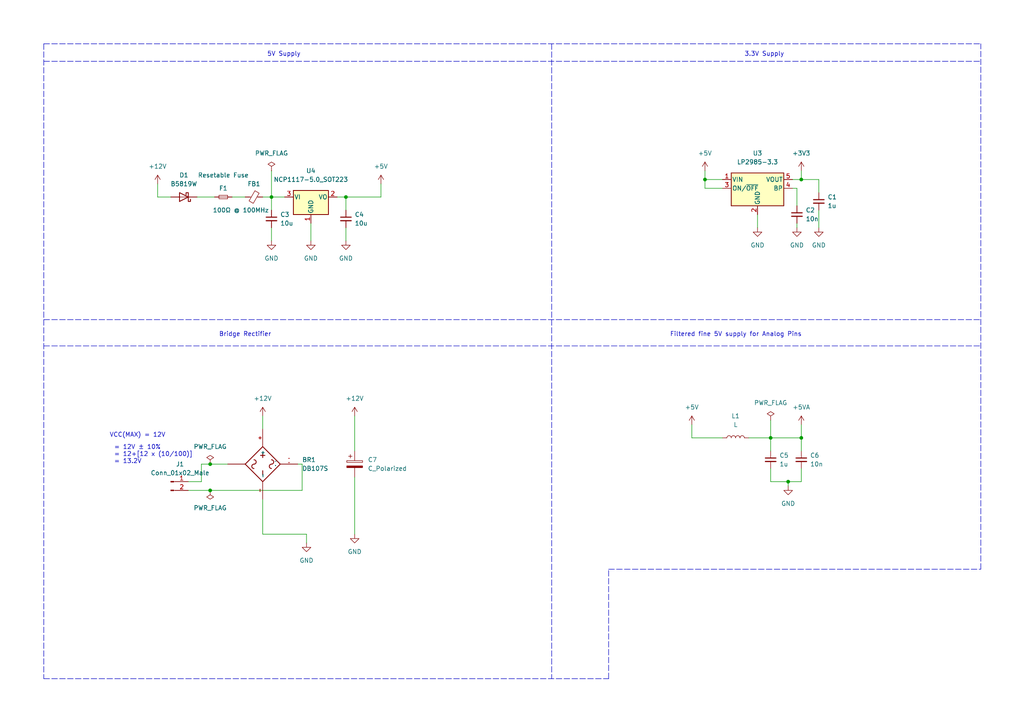
<source format=kicad_sch>
(kicad_sch (version 20211123) (generator eeschema)
  (paper "A4")
  (lib_symbols
    (symbol "Connector:Conn_01x02_Male" (pin_names (offset 1.016) hide)
      (property "Reference" "J" (at 0 2.54 0))
      (property "Value" "Conn_01x02_Male" (at 0 -5.08 0))
      (symbol "Conn_01x02_Male_1_1"
        (polyline (pts (xy 1.27 -2.54) (xy 0.8636 -2.54)) (stroke (width 0.1524)))
        (polyline (pts (xy 1.27 0) (xy 0.8636 0)) (stroke (width 0.1524)))
        (rectangle (start 0.8636 -2.413) (end 0 -2.667) (stroke (width 0.1524)) (fill (type outline)))
        (rectangle (start 0.8636 0.127) (end 0 -0.127) (stroke (width 0.1524)) (fill (type outline)))
        (pin passive line (at 5.08 0 180) (length 3.81) (name "Pin_1") (number "1"))
        (pin passive line (at 5.08 -2.54 180) (length 3.81) (name "Pin_2") (number "2"))
      )
    )
    (symbol "DB107S:DB107S" (pin_names (offset 1.016))
      (property "Reference" "BR" (at -10.16 15.24 0))
      (property "Value" "DB107S" (at -10.1854 -17.8054 0))
      (symbol "DB107S_0_0"
        (arc (start 0 -2.54) (mid -0.635 -1.905) (end -1.27 -2.54) (stroke (width 0.254)))
        (arc (start 0 -2.54) (mid 0.635 -3.175) (end 1.27 -2.54) (stroke (width 0.254)))
        (polyline (pts (xy -5.08 0) (xy 0 -5.08)) (stroke (width 0.254)))
        (polyline (pts (xy -1.905 0) (xy -3.175 0)) (stroke (width 0.254)))
        (polyline (pts (xy 0 -5.08) (xy 5.08 0)) (stroke (width 0.254)))
        (polyline (pts (xy 0 5.08) (xy -5.08 0)) (stroke (width 0.254)))
        (polyline (pts (xy 1.905 0) (xy 3.175 0)) (stroke (width 0.254)))
        (polyline (pts (xy 2.54 0.635) (xy 2.54 -0.635)) (stroke (width 0.254)))
        (polyline (pts (xy 5.08 0) (xy 0 5.08)) (stroke (width 0.254)))
        (arc (start 0 2.54) (mid -0.635 3.175) (end -1.27 2.54) (stroke (width 0.254)))
        (arc (start 0 2.54) (mid 0.635 1.905) (end 1.27 2.54) (stroke (width 0.254)))
        (pin power_out line (at 10.16 0 180) (length 5.08) (name "+") (number "+"))
        (pin power_out line (at -10.16 0 0) (length 5.08) (name "-") (number "-"))
        (pin power_in line (at 0 10.16 270) (length 5.08) (name "~") (number "~"))
        (pin power_in line (at 0 -10.16 90) (length 5.08) (name "~{.}") (number "~{.}"))
      )
    )
    (symbol "Device:C_Polarized" (pin_numbers hide) (pin_names (offset 0.254))
      (property "Reference" "C" (at 0.635 2.54 0))
      (property "Value" "C_Polarized" (at 0.635 -2.54 0))
      (symbol "C_Polarized_0_1"
        (rectangle (start -2.286 0.508) (end 2.286 1.016))
        (polyline (pts (xy -1.778 2.286) (xy -0.762 2.286)))
        (polyline (pts (xy -1.27 2.794) (xy -1.27 1.778)))
        (rectangle (start 2.286 -0.508) (end -2.286 -1.016) (fill (type outline)))
      )
      (symbol "C_Polarized_1_1"
        (pin passive line (at 0 3.81 270) (length 2.794) (name "~") (number "1"))
        (pin passive line (at 0 -3.81 90) (length 2.794) (name "~") (number "2"))
      )
    )
    (symbol "Device:C_Small" (pin_numbers hide) (pin_names (offset 0.254) hide)
      (property "Reference" "C" (at 0.254 1.778 0))
      (property "Value" "C_Small" (at 0.254 -2.032 0))
      (symbol "C_Small_0_1"
        (polyline (pts (xy -1.524 -0.508) (xy 1.524 -0.508)) (stroke (width 0.3302)))
        (polyline (pts (xy -1.524 0.508) (xy 1.524 0.508)) (stroke (width 0.3048)))
      )
      (symbol "C_Small_1_1"
        (pin passive line (at 0 2.54 270) (length 2.032) (name "~") (number "1"))
        (pin passive line (at 0 -2.54 90) (length 2.032) (name "~") (number "2"))
      )
    )
    (symbol "Device:FerriteBead_Small" (pin_numbers hide) (pin_names (offset 0))
      (property "Reference" "FB" (at 1.905 1.27 0))
      (property "Value" "FerriteBead_Small" (at 1.905 -1.27 0))
      (symbol "FerriteBead_Small_0_1"
        (polyline (pts (xy 0 -1.27) (xy 0 -0.7874)))
        (polyline (pts (xy 0 0.889) (xy 0 1.2954)))
        (polyline (pts (xy -1.8288 0.2794) (xy -1.1176 1.4986) (xy 1.8288 -0.2032) (xy 1.1176 -1.4224) (xy -1.8288 0.2794)))
      )
      (symbol "FerriteBead_Small_1_1"
        (pin passive line (at 0 2.54 270) (length 1.27) (name "~") (number "1"))
        (pin passive line (at 0 -2.54 90) (length 1.27) (name "~") (number "2"))
      )
    )
    (symbol "Device:Fuse_Small" (pin_numbers hide) (pin_names (offset 0.254) hide)
      (property "Reference" "F" (at 0 -1.524 0))
      (property "Value" "Fuse_Small" (at 0 1.524 0))
      (symbol "Fuse_Small_0_1"
        (rectangle (start -1.27 0.508) (end 1.27 -0.508))
        (polyline (pts (xy -1.27 0) (xy 1.27 0)))
      )
      (symbol "Fuse_Small_1_1"
        (pin passive line (at -2.54 0 0) (length 1.27) (name "~") (number "1"))
        (pin passive line (at 2.54 0 180) (length 1.27) (name "~") (number "2"))
      )
    )
    (symbol "Device:L" (pin_numbers hide) (pin_names (offset 1.016) hide)
      (property "Reference" "L" (at -1.27 0 90))
      (property "Value" "L" (at 1.905 0 90))
      (symbol "L_0_1"
        (arc (start 0 -2.54) (mid 0.635 -1.905) (end 0 -1.27))
        (arc (start 0 -1.27) (mid 0.635 -0.635) (end 0 0))
        (arc (start 0 0) (mid 0.635 0.635) (end 0 1.27))
        (arc (start 0 1.27) (mid 0.635 1.905) (end 0 2.54))
      )
      (symbol "L_1_1"
        (pin passive line (at 0 3.81 270) (length 1.27) (name "1") (number "1"))
        (pin passive line (at 0 -3.81 90) (length 1.27) (name "2") (number "2"))
      )
    )
    (symbol "Diode:BAT48ZFILM" (pin_numbers hide) (pin_names (offset 1.016) hide)
      (property "Reference" "D" (at 0 2.54 0))
      (property "Value" "BAT48ZFILM" (at 0 -2.54 0))
      (symbol "BAT48ZFILM_0_1"
        (polyline (pts (xy 1.27 0) (xy -1.27 0)))
        (polyline (pts (xy 1.27 1.27) (xy 1.27 -1.27) (xy -1.27 0) (xy 1.27 1.27)) (stroke (width 0.254)))
        (polyline (pts (xy -1.905 0.635) (xy -1.905 1.27) (xy -1.27 1.27) (xy -1.27 -1.27) (xy -0.635 -1.27) (xy -0.635 -0.635)) (stroke (width 0.254)))
      )
      (symbol "BAT48ZFILM_1_1"
        (pin passive line (at -3.81 0 0) (length 2.54) (name "K") (number "1"))
        (pin passive line (at 3.81 0 180) (length 2.54) (name "A") (number "2"))
      )
    )
    (symbol "Regulator_Linear:LP2985-3.3" (pin_names (offset 0.254))
      (property "Reference" "U" (at -6.35 5.715 0))
      (property "Value" "LP2985-3.3" (at 0 5.715 0))
      (symbol "LP2985-3.3_0_1"
        (rectangle (start -7.62 -5.08) (end 7.62 4.445) (stroke (width 0.254)) (fill (type background)))
      )
      (symbol "LP2985-3.3_1_1"
        (pin power_in line (at -10.16 2.54 0) (length 2.54) (name "VIN") (number "1"))
        (pin power_in line (at 0 -7.62 90) (length 2.54) (name "GND") (number "2"))
        (pin input line (at -10.16 0 0) (length 2.54) (name "ON/~{OFF}") (number "3"))
        (pin input line (at 10.16 0 180) (length 2.54) (name "BP") (number "4"))
        (pin power_out line (at 10.16 2.54 180) (length 2.54) (name "VOUT") (number "5"))
      )
    )
    (symbol "Regulator_Linear:NCP1117-5.0_SOT223" (pin_names (offset 0.254))
      (property "Reference" "U" (at -3.81 3.175 0))
      (property "Value" "NCP1117-5.0_SOT223" (at 0 3.175 0))
      (symbol "NCP1117-5.0_SOT223_0_1"
        (rectangle (start -5.08 -5.08) (end 5.08 1.905) (stroke (width 0.254)) (fill (type background)))
      )
      (symbol "NCP1117-5.0_SOT223_1_1"
        (pin power_in line (at 0 -7.62 90) (length 2.54) (name "GND") (number "1"))
        (pin power_out line (at 7.62 0 180) (length 2.54) (name "VO") (number "2"))
        (pin power_in line (at -7.62 0 0) (length 2.54) (name "VI") (number "3"))
      )
    )
    (symbol "power:+12V" (power) (pin_names (offset 0))
      (property "Value" "+12V" (at 0 3.556 0))
      (symbol "+12V_0_1"
        (polyline (pts (xy -0.762 1.27) (xy 0 2.54)))
        (polyline (pts (xy 0 0) (xy 0 2.54)))
        (polyline (pts (xy 0 2.54) (xy 0.762 1.27)))
      )
      (symbol "+12V_1_1"
        (pin power_in line (at 0 0 90) (length 0) hide (name "+12V") (number "1"))
      )
    )
    (symbol "power:+3.3V" (power) (pin_names (offset 0))
      (property "Value" "+3.3V" (at 0 3.556 0))
      (symbol "+3.3V_0_1"
        (polyline (pts (xy -0.762 1.27) (xy 0 2.54)))
        (polyline (pts (xy 0 0) (xy 0 2.54)))
        (polyline (pts (xy 0 2.54) (xy 0.762 1.27)))
      )
      (symbol "+3.3V_1_1"
        (pin power_in line (at 0 0 90) (length 0) hide (name "+3V3") (number "1"))
      )
    )
    (symbol "power:+5V" (power) (pin_names (offset 0))
      (property "Value" "+5V" (at 0 3.556 0))
      (symbol "+5V_0_1"
        (polyline (pts (xy -0.762 1.27) (xy 0 2.54)))
        (polyline (pts (xy 0 0) (xy 0 2.54)))
        (polyline (pts (xy 0 2.54) (xy 0.762 1.27)))
      )
      (symbol "+5V_1_1"
        (pin power_in line (at 0 0 90) (length 0) hide (name "+5V") (number "1"))
      )
    )
    (symbol "power:+5VA" (power) (pin_names (offset 0))
      (property "Value" "+5VA" (at 0 3.556 0))
      (symbol "+5VA_0_1"
        (polyline (pts (xy -0.762 1.27) (xy 0 2.54)))
        (polyline (pts (xy 0 0) (xy 0 2.54)))
        (polyline (pts (xy 0 2.54) (xy 0.762 1.27)))
      )
      (symbol "+5VA_1_1"
        (pin power_in line (at 0 0 90) (length 0) hide (name "+5VA") (number "1"))
      )
    )
    (symbol "power:GND" (power) (pin_names (offset 0))
      (property "Value" "GND" (at 0 -3.81 0))
      (symbol "GND_0_1"
        (polyline (pts (xy 0 0) (xy 0 -1.27) (xy 1.27 -1.27) (xy 0 -2.54) (xy -1.27 -1.27) (xy 0 -1.27)))
      )
      (symbol "GND_1_1"
        (pin power_in line (at 0 0 270) (length 0) hide (name "GND") (number "1"))
      )
    )
    (symbol "power:PWR_FLAG" (power) (pin_numbers hide) (pin_names (offset 0) hide)
      (property "Value" "PWR_FLAG" (at 0 3.81 0))
      (symbol "PWR_FLAG_0_0"
        (pin power_out line (at 0 0 90) (length 0) (name "pwr") (number "1"))
      )
      (symbol "PWR_FLAG_0_1"
        (polyline (pts (xy 0 0) (xy 0 1.27) (xy -1.016 1.905) (xy 0 2.54) (xy 1.016 1.905) (xy 0 1.27)))
      )
    )
  )
  (junction (at 228.6 139.7))
  (junction (at 232.41 127))
  (junction (at 60.96 142.24))
  (junction (at 232.41 52.07))
  (junction (at 100.33 57.15))
  (junction (at 223.52 127))
  (junction (at 204.47 52.07))
  (junction (at 60.96 134.62))
  (junction (at 78.74 57.15))
  (polyline (pts (xy 12.7 196.85) (xy 176.53 196.85)))
  (polyline (pts (xy 12.7 12.7) (xy 284.48 12.7)))
  (polyline (pts (xy 12.7 12.7) (xy 12.7 196.85)))
  (polyline (pts (xy 176.53 165.1) (xy 284.48 165.1)))
  (polyline (pts (xy 284.48 165.1) (xy 284.48 12.7)))
  (polyline (pts (xy 176.53 196.85) (xy 176.53 165.1)))
  (wire (pts (xy 45.72 53.34) (xy 45.72 57.15)))
  (wire (pts (xy 45.72 57.15) (xy 49.53 57.15)))
  (wire (pts (xy 223.52 121.92) (xy 223.52 127)))
  (wire (pts (xy 229.87 52.07) (xy 232.41 52.07)))
  (wire (pts (xy 232.41 49.53) (xy 232.41 52.07)))
  (wire (pts (xy 102.87 154.94) (xy 102.87 138.43)))
  (wire (pts (xy 76.2 144.78) (xy 76.2 154.94)))
  (wire (pts (xy 54.61 139.7) (xy 58.42 139.7)))
  (wire (pts (xy 58.42 139.7) (xy 58.42 134.62)))
  (wire (pts (xy 58.42 134.62) (xy 60.96 134.62)))
  (polyline (pts (xy 12.7 17.78) (xy 284.48 17.78)))
  (wire (pts (xy 237.49 52.07) (xy 232.41 52.07)))
  (wire (pts (xy 78.74 49.53) (xy 78.74 57.15)))
  (wire (pts (xy 209.55 54.61) (xy 204.47 54.61)))
  (wire (pts (xy 204.47 54.61) (xy 204.47 52.07)))
  (wire (pts (xy 204.47 52.07) (xy 209.55 52.07)))
  (wire (pts (xy 228.6 139.7) (xy 232.41 139.7)))
  (wire (pts (xy 232.41 139.7) (xy 232.41 135.89)))
  (wire (pts (xy 223.52 139.7) (xy 228.6 139.7)))
  (wire (pts (xy 223.52 135.89) (xy 223.52 139.7)))
  (wire (pts (xy 90.17 64.77) (xy 90.17 69.85)))
  (wire (pts (xy 100.33 57.15) (xy 97.79 57.15)))
  (wire (pts (xy 100.33 60.96) (xy 100.33 57.15)))
  (wire (pts (xy 228.6 139.7) (xy 228.6 140.97)))
  (polyline (pts (xy 12.7 100.33) (xy 284.48 100.33)))
  (wire (pts (xy 67.31 57.15) (xy 71.12 57.15)))
  (polyline (pts (xy 12.7 92.71) (xy 284.48 92.71)))
  (wire (pts (xy 237.49 52.07) (xy 237.49 55.88)))
  (polyline (pts (xy 160.02 12.7) (xy 160.02 196.85)))
  (wire (pts (xy 110.49 57.15) (xy 100.33 57.15)))
  (wire (pts (xy 110.49 53.34) (xy 110.49 57.15)))
  (wire (pts (xy 232.41 127) (xy 232.41 130.81)))
  (wire (pts (xy 232.41 123.19) (xy 232.41 127)))
  (wire (pts (xy 57.15 57.15) (xy 62.23 57.15)))
  (wire (pts (xy 78.74 57.15) (xy 82.55 57.15)))
  (wire (pts (xy 76.2 57.15) (xy 78.74 57.15)))
  (wire (pts (xy 87.63 142.24) (xy 60.96 142.24)))
  (wire (pts (xy 87.63 134.62) (xy 87.63 142.24)))
  (wire (pts (xy 86.36 134.62) (xy 87.63 134.62)))
  (wire (pts (xy 200.66 127) (xy 209.55 127)))
  (wire (pts (xy 88.9 154.94) (xy 88.9 157.48)))
  (wire (pts (xy 54.61 142.24) (xy 60.96 142.24)))
  (wire (pts (xy 231.14 64.77) (xy 231.14 66.04)))
  (wire (pts (xy 76.2 124.46) (xy 76.2 120.65)))
  (wire (pts (xy 204.47 49.53) (xy 204.47 52.07)))
  (wire (pts (xy 76.2 154.94) (xy 88.9 154.94)))
  (wire (pts (xy 78.74 57.15) (xy 78.74 60.96)))
  (wire (pts (xy 102.87 120.65) (xy 102.87 130.81)))
  (wire (pts (xy 60.96 134.62) (xy 66.04 134.62)))
  (wire (pts (xy 231.14 54.61) (xy 229.87 54.61)))
  (wire (pts (xy 231.14 59.69) (xy 231.14 54.61)))
  (wire (pts (xy 219.71 62.23) (xy 219.71 66.04)))
  (wire (pts (xy 223.52 127) (xy 223.52 130.81)))
  (wire (pts (xy 100.33 69.85) (xy 100.33 66.04)))
  (wire (pts (xy 78.74 66.04) (xy 78.74 69.85)))
  (wire (pts (xy 217.17 127) (xy 223.52 127)))
  (wire (pts (xy 223.52 127) (xy 232.41 127)))
  (wire (pts (xy 237.49 60.96) (xy 237.49 66.04)))
  (wire (pts (xy 200.66 123.19) (xy 200.66 127)))
  (text "Filtered fine 5V supply for Analog Pins" (at 194.31 97.79 0) (effects (font (size 1.27 1.27)) (justify left bottom)))
  (text "Bridge Rectifier" (at 63.5 97.79 0) (effects (font (size 1.27 1.27)) (justify left bottom)))
  (text "5V Supply" (at 77.47 16.51 0) (effects (font (size 1.27 1.27)) (justify left bottom)))
  (text "= 12V ± 10%\n= 12+[12 x (10/100)]\n= 13.2V" (at 33.045 134.6382 0) (effects (font (size 1.27 1.27)) (justify left bottom)))
  (text "3.3V Supply" (at 215.9 16.51 0) (effects (font (size 1.27 1.27)) (justify left bottom)))
  (text "VCC(MAX) = 12V" (at 31.75 127 0) (effects (font (size 1.27 1.27)) (justify left bottom)))
  (symbol (lib_id "Device:C_Polarized") (at 102.87 134.62 0) (unit 1)
    (property "Reference" "C7" (at 106.68 133.3499 0) (effects (justify left)))
    (property "Value" "C_Polarized" (at 106.68 135.8899 0) (effects (justify left)))
    (property "Footprint" "Capacitor_THT:C_Radial_D8.0mm_H7.0mm_P3.50mm" (effects hide))
  )
  (symbol (lib_id "power:+3.3V") (at 232.41 49.53 0) (unit 1)
    (property "Reference" "#PWR02" (effects hide))
    (property "Value" "+3.3V" (at 232.41 44.45 0))
  )
  (symbol (lib_id "Device:C_Small") (at 232.41 133.35 0) (unit 1)
    (property "Reference" "C6" (at 234.95 132.0799 0) (effects (justify left)))
    (property "Value" "10n" (at 234.95 134.6199 0) (effects (justify left)))
    (property "Footprint" "Capacitor_SMD:C_0805_2012Metric" (effects hide))
  )
  (symbol (lib_id "Regulator_Linear:LP2985-3.3") (at 219.71 54.61 0) (unit 1)
    (property "Reference" "U3" (at 219.71 44.45 0))
    (property "Value" "LP2985-3.3" (at 219.71 46.99 0))
    (property "Footprint" "Package_TO_SOT_SMD:SOT-23-5" (effects hide))
    (property "Datasheet" "http://www.ti.com/lit/ds/symlink/lp2985.pdf" (effects hide))
  )
  (symbol (lib_id "power:+12V") (at 76.2 120.65 0) (unit 1)
    (property "Reference" "#PWR011" (effects hide))
    (property "Value" "+12V" (at 76.2 115.57 0))
  )
  (symbol (lib_id "Device:C_Small") (at 231.14 62.23 0) (unit 1)
    (property "Reference" "C2" (at 233.68 60.9599 0) (effects (justify left)))
    (property "Value" "10n" (at 233.68 63.4999 0) (effects (justify left)))
    (property "Footprint" "Capacitor_SMD:C_0805_2012Metric" (effects hide))
  )
  (symbol (lib_id "power:GND") (at 228.6 140.97 0) (unit 1)
    (property "Reference" "#PWR015" (effects hide))
    (property "Value" "GND" (at 228.6 146.05 0))
  )
  (symbol (lib_id "power:PWR_FLAG") (at 78.74 49.53 0) (unit 1)
    (property "Reference" "#FLG01" (effects hide))
    (property "Value" "PWR_FLAG" (at 78.74 44.45 0))
  )
  (symbol (lib_id "power:PWR_FLAG") (at 60.96 134.62 0) (unit 1)
    (property "Reference" "#FLG03" (effects hide))
    (property "Value" "PWR_FLAG" (at 60.96 129.54 0))
  )
  (symbol (lib_id "power:GND") (at 102.87 154.94 0) (unit 1)
    (property "Reference" "#PWR016" (effects hide))
    (property "Value" "GND" (at 102.87 160.02 0))
  )
  (symbol (lib_id "power:GND") (at 100.33 69.85 0) (unit 1)
    (property "Reference" "#PWR010" (effects hide))
    (property "Value" "GND" (at 100.33 74.93 0))
  )
  (symbol (lib_id "Device:Fuse_Small") (at 64.77 57.15 0) (unit 1)
    (property "Reference" "F1" (at 64.77 54.61 0))
    (property "Value" "Resetable Fuse" (at 64.77 50.8 0))
    (property "Footprint" "Fuse:Fuse_1206_3216Metric" (effects hide))
  )
  (symbol (lib_id "power:+5V") (at 200.66 123.19 0) (unit 1)
    (property "Reference" "#PWR013" (effects hide))
    (property "Value" "+5V" (at 200.66 118.11 0))
  )
  (symbol (lib_id "Device:C_Small") (at 223.52 133.35 0) (unit 1)
    (property "Reference" "C5" (at 226.06 132.0799 0) (effects (justify left)))
    (property "Value" "1u" (at 226.06 134.6199 0) (effects (justify left)))
    (property "Footprint" "Capacitor_SMD:C_0805_2012Metric" (effects hide))
  )
  (symbol (lib_id "power:+12V") (at 45.72 53.34 0) (unit 1)
    (property "Reference" "#PWR03" (effects hide))
    (property "Value" "+12V" (at 45.72 48.26 0))
  )
  (symbol (lib_id "Device:C_Small") (at 78.74 63.5 0) (unit 1)
    (property "Reference" "C3" (at 81.28 62.2299 0) (effects (justify left)))
    (property "Value" "10u" (at 81.28 64.7699 0) (effects (justify left)))
    (property "Footprint" "Capacitor_SMD:C_0805_2012Metric" (effects hide))
  )
  (symbol (lib_id "Connector:Conn_01x02_Male") (at 49.53 139.7 0) (unit 1)
    (property "Reference" "J1" (at 52.2224 134.62 0))
    (property "Value" "Conn_01x02_Male" (at 52.2224 137.16 0))
    (property "Footprint" "Connector_PinHeader_2.54mm:PinHeader_1x02_P2.54mm_Vertical" (effects hide))
  )
  (symbol (lib_id "power:GND") (at 237.49 66.04 0) (unit 1)
    (property "Reference" "#PWR07" (effects hide))
    (property "Value" "GND" (at 237.49 71.12 0))
  )
  (symbol (lib_id "power:+5V") (at 110.49 53.34 0) (unit 1)
    (property "Reference" "#PWR04" (effects hide))
    (property "Value" "+5V" (at 110.49 48.26 0))
  )
  (symbol (lib_id "power:GND") (at 219.71 66.04 0) (unit 1)
    (property "Reference" "#PWR05" (effects hide))
    (property "Value" "GND" (at 219.71 71.12 0))
  )
  (symbol (lib_id "Regulator_Linear:NCP1117-5.0_SOT223") (at 90.17 57.15 0) (unit 1)
    (property "Reference" "U4" (at 90.17 49.53 0))
    (property "Value" "NCP1117-5.0_SOT223" (at 90.17 52.07 0))
    (property "Footprint" "Package_TO_SOT_SMD:SOT-223-3_TabPin2" (effects hide))
    (property "Datasheet" "http://www.onsemi.com/pub_link/Collateral/NCP1117-D.PDF" (effects hide))
  )
  (symbol (lib_id "Device:FerriteBead_Small") (at 73.66 57.15 270) (unit 1)
    (property "Reference" "FB1" (at 73.66 53.34 90))
    (property "Value" "100Ω @ 100MHz" (at 69.85 60.96 90))
    (property "Footprint" "Inductor_SMD:L_0603_1608Metric" (effects hide))
  )
  (symbol (lib_id "power:GND") (at 88.9 157.48 0) (unit 1)
    (property "Reference" "#PWR017" (effects hide))
    (property "Value" "GND" (at 88.9 162.56 0))
  )
  (symbol (lib_id "DB107S:DB107S") (at 76.2 134.62 90) (unit 1)
    (property "Reference" "BR1" (at 87.63 133.3499 90) (effects (justify right)))
    (property "Value" "DB107S" (at 87.63 135.8899 90) (effects (justify right)))
    (property "Footprint" "DB107S:DIOB_DB107S" (effects hide))
    (property "MANUFACTURER" "Rectron Semiconductor" (effects hide))
  )
  (symbol (lib_id "power:+5VA") (at 232.41 123.19 0) (unit 1)
    (property "Reference" "#PWR014" (effects hide))
    (property "Value" "+5VA" (at 232.41 118.11 0))
  )
  (symbol (lib_id "Diode:BAT48ZFILM") (at 53.34 57.15 180) (unit 1)
    (property "Reference" "D1" (at 53.34 50.8 0))
    (property "Value" "B5819W" (at 53.34 53.34 0))
    (property "Footprint" "Diode_SMD:D_SOD-123" (effects hide))
    (property "Datasheet" "www.st.com/resource/en/datasheet/bat48.pdf" (effects hide))
  )
  (symbol (lib_id "power:PWR_FLAG") (at 223.52 121.92 0) (unit 1)
    (property "Reference" "#FLG02" (effects hide))
    (property "Value" "PWR_FLAG" (at 223.52 116.84 0))
  )
  (symbol (lib_id "power:+12V") (at 102.87 120.65 0) (unit 1)
    (property "Reference" "#PWR012" (effects hide))
    (property "Value" "+12V" (at 102.87 115.57 0))
  )
  (symbol (lib_id "power:+5V") (at 204.47 49.53 0) (unit 1)
    (property "Reference" "#PWR01" (effects hide))
    (property "Value" "+5V" (at 204.47 44.45 0))
  )
  (symbol (lib_id "power:GND") (at 78.74 69.85 0) (unit 1)
    (property "Reference" "#PWR08" (effects hide))
    (property "Value" "GND" (at 78.74 74.93 0))
  )
  (symbol (lib_id "Device:L") (at 213.36 127 90) (unit 1)
    (property "Reference" "L1" (at 213.36 120.65 90))
    (property "Value" "L" (at 213.36 123.19 90))
    (property "Footprint" "Inductor_SMD:L_0603_1608Metric" (effects hide))
  )
  (symbol (lib_id "power:PWR_FLAG") (at 60.96 142.24 180) (unit 1)
    (property "Reference" "#FLG04" (effects hide))
    (property "Value" "PWR_FLAG" (at 60.96 147.32 0))
  )
  (symbol (lib_id "Device:C_Small") (at 237.49 58.42 0) (unit 1)
    (property "Reference" "C1" (at 240.03 57.1499 0) (effects (justify left)))
    (property "Value" "1u" (at 240.03 59.6899 0) (effects (justify left)))
    (property "Footprint" "Capacitor_SMD:C_0805_2012Metric" (effects hide))
  )
  (symbol (lib_id "Device:C_Small") (at 100.33 63.5 0) (unit 1)
    (property "Reference" "C4" (at 102.87 62.2299 0) (effects (justify left)))
    (property "Value" "10u" (at 102.87 64.7699 0) (effects (justify left)))
    (property "Footprint" "Capacitor_SMD:C_0805_2012Metric" (effects hide))
  )
  (symbol (lib_id "power:GND") (at 231.14 66.04 0) (unit 1)
    (property "Reference" "#PWR06" (effects hide))
    (property "Value" "GND" (at 231.14 71.12 0))
  )
  (symbol (lib_id "power:GND") (at 90.17 69.85 0) (unit 1)
    (property "Reference" "#PWR09" (effects hide))
    (property "Value" "GND" (at 90.17 74.93 0))
  )
)
</source>
